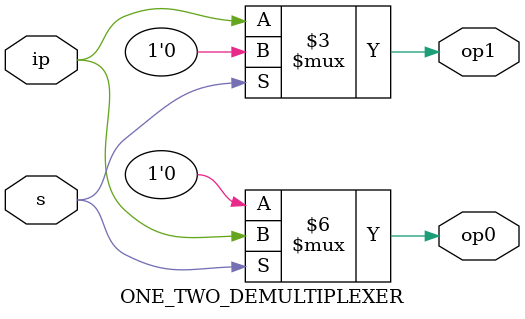
<source format=v>
module ONE_TWO_DEMULTIPLEXER(op0, op1, ip, s);
    input ip, s;
    output reg op0, op1;

    always @(*) begin
        if (s) begin
            op0 = ip;
            op1 = 0;
        end else begin
            op0 = 0;
            op1 = ip;
        end
    end
endmodule

</source>
